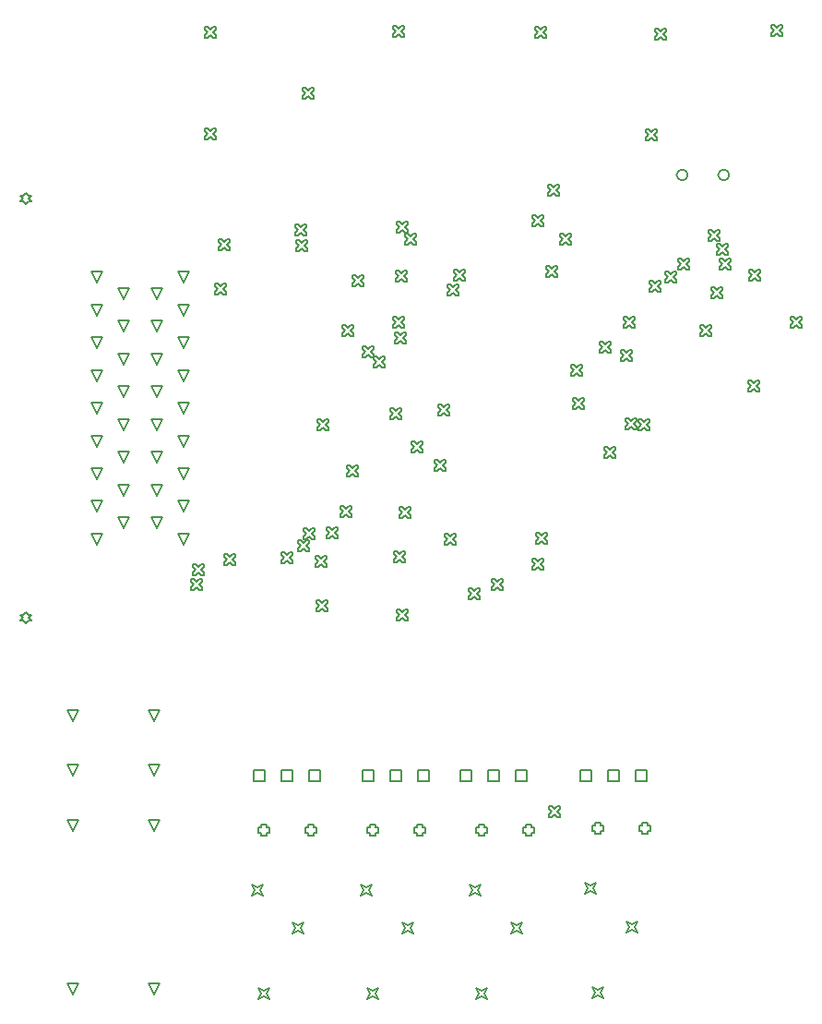
<source format=gbr>
%TF.GenerationSoftware,Altium Limited,Altium Designer,19.1.7 (138)*%
G04 Layer_Color=2752767*
%FSLAX26Y26*%
%MOIN*%
%TF.FileFunction,Drawing*%
%TF.Part,Single*%
G01*
G75*
%TA.AperFunction,NonConductor*%
%ADD83C,0.005000*%
%ADD84C,0.006667*%
D83*
X1178271Y925432D02*
Y965432D01*
X1218271D01*
Y925432D01*
X1178271D01*
X1078271D02*
Y965432D01*
X1118271D01*
Y925432D01*
X1078271D01*
X978271D02*
Y965432D01*
X1018271D01*
Y925432D01*
X978271D01*
X2359375Y925430D02*
Y965430D01*
X2399375D01*
Y925430D01*
X2359375D01*
X2259375D02*
Y965430D01*
X2299375D01*
Y925430D01*
X2259375D01*
X2159375D02*
Y965430D01*
X2199375D01*
Y925430D01*
X2159375D01*
X1571973Y925430D02*
Y965430D01*
X1611973D01*
Y925430D01*
X1571973D01*
X1471973D02*
Y965430D01*
X1511973D01*
Y925430D01*
X1471973D01*
X1371973D02*
Y965430D01*
X1411973D01*
Y925430D01*
X1371973D01*
X1926301Y925432D02*
Y965432D01*
X1966301D01*
Y925432D01*
X1926301D01*
X1826301D02*
Y965432D01*
X1866301D01*
Y925432D01*
X1826301D01*
X1726301D02*
Y965432D01*
X1766301D01*
Y925432D01*
X1726301D01*
X726771Y1778072D02*
X706771Y1818072D01*
X746771D01*
X726771Y1778072D01*
Y1896182D02*
X706771Y1936182D01*
X746771D01*
X726771Y1896182D01*
Y2014293D02*
X706771Y2054293D01*
X746771D01*
X726771Y2014293D01*
Y2132403D02*
X706771Y2172403D01*
X746771D01*
X726771Y2132403D01*
Y2250513D02*
X706771Y2290513D01*
X746771D01*
X726771Y2250513D01*
Y2368623D02*
X706771Y2408623D01*
X746771D01*
X726771Y2368623D01*
Y2486734D02*
X706771Y2526734D01*
X746771D01*
X726771Y2486734D01*
Y2604844D02*
X706771Y2644844D01*
X746771D01*
X726771Y2604844D01*
Y2722954D02*
X706771Y2762954D01*
X746771D01*
X726771Y2722954D01*
X628346Y1837127D02*
X608346Y1877127D01*
X648346D01*
X628346Y1837127D01*
Y1955237D02*
X608346Y1995237D01*
X648346D01*
X628346Y1955237D01*
Y2073348D02*
X608346Y2113348D01*
X648346D01*
X628346Y2073348D01*
Y2191458D02*
X608346Y2231458D01*
X648346D01*
X628346Y2191458D01*
Y2309568D02*
X608346Y2349568D01*
X648346D01*
X628346Y2309568D01*
Y2427678D02*
X608346Y2467678D01*
X648346D01*
X628346Y2427678D01*
Y2545789D02*
X608346Y2585789D01*
X648346D01*
X628346Y2545789D01*
Y2663899D02*
X608346Y2703899D01*
X648346D01*
X628346Y2663899D01*
X510236Y1837127D02*
X490236Y1877127D01*
X530236D01*
X510236Y1837127D01*
Y1955237D02*
X490236Y1995237D01*
X530236D01*
X510236Y1955237D01*
Y2073348D02*
X490236Y2113348D01*
X530236D01*
X510236Y2073348D01*
Y2191458D02*
X490236Y2231458D01*
X530236D01*
X510236Y2191458D01*
Y2309568D02*
X490236Y2349568D01*
X530236D01*
X510236Y2309568D01*
Y2427678D02*
X490236Y2467678D01*
X530236D01*
X510236Y2427678D01*
Y2545789D02*
X490236Y2585789D01*
X530236D01*
X510236Y2545789D01*
Y2663899D02*
X490236Y2703899D01*
X530236D01*
X510236Y2663899D01*
X411811Y1778072D02*
X391811Y1818072D01*
X431811D01*
X411811Y1778072D01*
Y1896182D02*
X391811Y1936182D01*
X431811D01*
X411811Y1896182D01*
Y2014293D02*
X391811Y2054293D01*
X431811D01*
X411811Y2014293D01*
Y2132403D02*
X391811Y2172403D01*
X431811D01*
X411811Y2132403D01*
Y2250513D02*
X391811Y2290513D01*
X431811D01*
X411811Y2250513D01*
Y2368623D02*
X391811Y2408623D01*
X431811D01*
X411811Y2368623D01*
Y2486734D02*
X391811Y2526734D01*
X431811D01*
X411811Y2486734D01*
Y2604844D02*
X391811Y2644844D01*
X431811D01*
X411811Y2604844D01*
Y2722954D02*
X391811Y2762954D01*
X431811D01*
X411811Y2722954D01*
X155905Y3008387D02*
X165905Y3018387D01*
X175905D01*
X165905Y3028387D01*
X175905Y3038387D01*
X165905D01*
X155905Y3048387D01*
X145905Y3038387D01*
X135905D01*
X145905Y3028387D01*
X135905Y3018387D01*
X145905D01*
X155905Y3008387D01*
Y1492639D02*
X165905Y1502639D01*
X175905D01*
X165905Y1512639D01*
X175905Y1522639D01*
X165905D01*
X155905Y1532639D01*
X145905Y1522639D01*
X135905D01*
X145905Y1512639D01*
X135905Y1502639D01*
X145905D01*
X155905Y1492639D01*
X1390476Y138028D02*
X1400476Y158028D01*
X1390476Y178028D01*
X1410476Y168028D01*
X1430476Y178028D01*
X1420476Y158028D01*
X1430476Y138028D01*
X1410476Y148028D01*
X1390476Y138028D01*
X1364886Y512044D02*
X1374886Y532044D01*
X1364886Y552044D01*
X1384886Y542044D01*
X1404886Y552044D01*
X1394886Y532044D01*
X1404886Y512044D01*
X1384886Y522044D01*
X1364886Y512044D01*
X1514492Y374249D02*
X1524492Y394249D01*
X1514492Y414249D01*
X1534492Y404249D01*
X1554492Y414249D01*
X1544492Y394249D01*
X1554492Y374249D01*
X1534492Y384249D01*
X1514492Y374249D01*
X1569768Y738579D02*
Y728579D01*
X1589768D01*
Y738579D01*
X1599768D01*
Y758579D01*
X1589768D01*
Y768579D01*
X1569768D01*
Y758579D01*
X1559768D01*
Y738579D01*
X1569768D01*
X1400476D02*
Y728579D01*
X1420476D01*
Y738579D01*
X1430476D01*
Y758579D01*
X1420476D01*
Y768579D01*
X1400476D01*
Y758579D01*
X1390476D01*
Y738579D01*
X1400476D01*
X1784177Y138028D02*
X1794177Y158028D01*
X1784177Y178028D01*
X1804177Y168028D01*
X1824177Y178028D01*
X1814177Y158028D01*
X1824177Y138028D01*
X1804177Y148028D01*
X1784177Y138028D01*
X1758587Y512044D02*
X1768587Y532044D01*
X1758587Y552044D01*
X1778587Y542044D01*
X1798587Y552044D01*
X1788587Y532044D01*
X1798587Y512044D01*
X1778587Y522044D01*
X1758587Y512044D01*
X1908193Y374249D02*
X1918193Y394249D01*
X1908193Y414249D01*
X1928193Y404249D01*
X1948193Y414249D01*
X1938193Y394249D01*
X1948193Y374249D01*
X1928193Y384249D01*
X1908193Y374249D01*
X1963469Y738579D02*
Y728579D01*
X1983469D01*
Y738579D01*
X1993469D01*
Y758579D01*
X1983469D01*
Y768579D01*
X1963469D01*
Y758579D01*
X1953469D01*
Y738579D01*
X1963469D01*
X1794177D02*
Y728579D01*
X1814177D01*
Y738579D01*
X1824177D01*
Y758579D01*
X1814177D01*
Y768579D01*
X1794177D01*
Y758579D01*
X1784177D01*
Y738579D01*
X1794177D01*
X996776Y138028D02*
X1006776Y158028D01*
X996776Y178028D01*
X1016776Y168028D01*
X1036776Y178028D01*
X1026776Y158028D01*
X1036776Y138028D01*
X1016776Y148028D01*
X996776Y138028D01*
X971185Y512044D02*
X981185Y532044D01*
X971185Y552044D01*
X991185Y542044D01*
X1011185Y552044D01*
X1001185Y532044D01*
X1011185Y512044D01*
X991185Y522044D01*
X971185Y512044D01*
X1120792Y374249D02*
X1130792Y394249D01*
X1120792Y414249D01*
X1140792Y404249D01*
X1160792Y414249D01*
X1150792Y394249D01*
X1160792Y374249D01*
X1140792Y384249D01*
X1120792Y374249D01*
X1176067Y738579D02*
Y728579D01*
X1196067D01*
Y738579D01*
X1206067D01*
Y758579D01*
X1196067D01*
Y768579D01*
X1176067D01*
Y758579D01*
X1166067D01*
Y738579D01*
X1176067D01*
X1006776D02*
Y728579D01*
X1026776D01*
Y738579D01*
X1036776D01*
Y758579D01*
X1026776D01*
Y768579D01*
X1006776D01*
Y758579D01*
X996776D01*
Y738579D01*
X1006776D01*
X2202877Y141965D02*
X2212877Y161965D01*
X2202877Y181965D01*
X2222877Y171965D01*
X2242877Y181965D01*
X2232877Y161965D01*
X2242877Y141965D01*
X2222877Y151965D01*
X2202877Y141965D01*
X2177287Y515981D02*
X2187287Y535981D01*
X2177287Y555981D01*
X2197287Y545981D01*
X2217287Y555981D01*
X2207287Y535981D01*
X2217287Y515981D01*
X2197287Y525981D01*
X2177287Y515981D01*
X2326893Y378186D02*
X2336893Y398186D01*
X2326893Y418186D01*
X2346893Y408186D01*
X2366893Y418186D01*
X2356893Y398186D01*
X2366893Y378186D01*
X2346893Y388186D01*
X2326893Y378186D01*
X2382168Y742516D02*
Y732516D01*
X2402168D01*
Y742516D01*
X2412168D01*
Y762516D01*
X2402168D01*
Y772516D01*
X2382168D01*
Y762516D01*
X2372168D01*
Y742516D01*
X2382168D01*
X2212877D02*
Y732516D01*
X2232877D01*
Y742516D01*
X2242877D01*
Y762516D01*
X2232877D01*
Y772516D01*
X2212877D01*
Y762516D01*
X2202877D01*
Y742516D01*
X2212877D01*
X324804Y1139293D02*
X304804Y1179293D01*
X344804D01*
X324804Y1139293D01*
X620080D02*
X600080Y1179293D01*
X640080D01*
X620080Y1139293D01*
X324804Y745593D02*
X304804Y785593D01*
X344804D01*
X324804Y745593D01*
Y942443D02*
X304804Y982443D01*
X344804D01*
X324804Y942443D01*
X620080Y745593D02*
X600080Y785593D01*
X640080D01*
X620080Y745593D01*
Y942443D02*
X600080Y982443D01*
X640080D01*
X620080Y942443D01*
Y155041D02*
X600080Y195041D01*
X640080D01*
X620080Y155041D01*
X324804D02*
X304804Y195041D01*
X344804D01*
X324804Y155041D01*
X1755000Y1580000D02*
X1765000D01*
X1775000Y1590000D01*
X1785000Y1580000D01*
X1795000D01*
Y1590000D01*
X1785000Y1600000D01*
X1795000Y1610000D01*
Y1620000D01*
X1785000D01*
X1775000Y1610000D01*
X1765000Y1620000D01*
X1755000D01*
Y1610000D01*
X1765000Y1600000D01*
X1755000Y1590000D01*
Y1580000D01*
X2035000Y2745000D02*
X2045000D01*
X2055000Y2755000D01*
X2065000Y2745000D01*
X2075000D01*
Y2755000D01*
X2065000Y2765000D01*
X2075000Y2775000D01*
Y2785000D01*
X2065000D01*
X2055000Y2775000D01*
X2045000Y2785000D01*
X2035000D01*
Y2775000D01*
X2045000Y2765000D01*
X2035000Y2755000D01*
Y2745000D01*
X2085000Y2860000D02*
X2095000D01*
X2105000Y2870000D01*
X2115000Y2860000D01*
X2125000D01*
Y2870000D01*
X2115000Y2880000D01*
X2125000Y2890000D01*
Y2900000D01*
X2115000D01*
X2105000Y2890000D01*
X2095000Y2900000D01*
X2085000D01*
Y2890000D01*
X2095000Y2880000D01*
X2085000Y2870000D01*
Y2860000D01*
X1495000Y1505000D02*
X1505000D01*
X1515000Y1515000D01*
X1525000Y1505000D01*
X1535000D01*
Y1515000D01*
X1525000Y1525000D01*
X1535000Y1535000D01*
Y1545000D01*
X1525000D01*
X1515000Y1535000D01*
X1505000Y1545000D01*
X1495000D01*
Y1535000D01*
X1505000Y1525000D01*
X1495000Y1515000D01*
Y1505000D01*
X1335000Y2710000D02*
X1345000D01*
X1355000Y2720000D01*
X1365000Y2710000D01*
X1375000D01*
Y2720000D01*
X1365000Y2730000D01*
X1375000Y2740000D01*
Y2750000D01*
X1365000D01*
X1355000Y2740000D01*
X1345000Y2750000D01*
X1335000D01*
Y2740000D01*
X1345000Y2730000D01*
X1335000Y2720000D01*
Y2710000D01*
X1840000Y1615000D02*
X1850000D01*
X1860000Y1625000D01*
X1870000Y1615000D01*
X1880000D01*
Y1625000D01*
X1870000Y1635000D01*
X1880000Y1645000D01*
Y1655000D01*
X1870000D01*
X1860000Y1645000D01*
X1850000Y1655000D01*
X1840000D01*
Y1645000D01*
X1850000Y1635000D01*
X1840000Y1625000D01*
Y1615000D01*
X872825Y1704016D02*
X882825D01*
X892825Y1714016D01*
X902825Y1704016D01*
X912825D01*
Y1714016D01*
X902825Y1724016D01*
X912825Y1734016D01*
Y1744016D01*
X902825D01*
X892825Y1734016D01*
X882825Y1744016D01*
X872825D01*
Y1734016D01*
X882825Y1724016D01*
X872825Y1714016D01*
Y1704016D01*
X2230000Y2470000D02*
X2240000D01*
X2250000Y2480000D01*
X2260000Y2470000D01*
X2270000D01*
Y2480000D01*
X2260000Y2490000D01*
X2270000Y2500000D01*
Y2510000D01*
X2260000D01*
X2250000Y2500000D01*
X2240000Y2510000D01*
X2230000D01*
Y2500000D01*
X2240000Y2490000D01*
X2230000Y2480000D01*
Y2470000D01*
X1525000Y2860000D02*
X1535000D01*
X1545000Y2870000D01*
X1555000Y2860000D01*
X1565000D01*
Y2870000D01*
X1555000Y2880000D01*
X1565000Y2890000D01*
Y2900000D01*
X1555000D01*
X1545000Y2890000D01*
X1535000Y2900000D01*
X1525000D01*
Y2890000D01*
X1535000Y2880000D01*
X1525000Y2870000D01*
Y2860000D01*
X1495000Y2905000D02*
X1505000D01*
X1515000Y2915000D01*
X1525000Y2905000D01*
X1535000D01*
Y2915000D01*
X1525000Y2925000D01*
X1535000Y2935000D01*
Y2945000D01*
X1525000D01*
X1515000Y2935000D01*
X1505000Y2945000D01*
X1495000D01*
Y2935000D01*
X1505000Y2925000D01*
X1495000Y2915000D01*
Y2905000D01*
X2410000Y2690000D02*
X2420000D01*
X2430000Y2700000D01*
X2440000Y2690000D01*
X2450000D01*
Y2700000D01*
X2440000Y2710000D01*
X2450000Y2720000D01*
Y2730000D01*
X2440000D01*
X2430000Y2720000D01*
X2420000Y2730000D01*
X2410000D01*
Y2720000D01*
X2420000Y2710000D01*
X2410000Y2700000D01*
Y2690000D01*
X2632161Y2667161D02*
X2642161D01*
X2652161Y2677161D01*
X2662161Y2667161D01*
X2672161D01*
Y2677161D01*
X2662161Y2687161D01*
X2672161Y2697161D01*
Y2707161D01*
X2662161D01*
X2652161Y2697161D01*
X2642161Y2707161D01*
X2632161D01*
Y2697161D01*
X2642161Y2687161D01*
X2632161Y2677161D01*
Y2667161D01*
X2465000Y2725000D02*
X2475000D01*
X2485000Y2735000D01*
X2495000Y2725000D01*
X2505000D01*
Y2735000D01*
X2495000Y2745000D01*
X2505000Y2755000D01*
Y2765000D01*
X2495000D01*
X2485000Y2755000D01*
X2475000Y2765000D01*
X2465000D01*
Y2755000D01*
X2475000Y2745000D01*
X2465000Y2735000D01*
Y2725000D01*
X2514051Y2770941D02*
X2524051D01*
X2534051Y2780941D01*
X2544051Y2770941D01*
X2554051D01*
Y2780941D01*
X2544051Y2790941D01*
X2554051Y2800941D01*
Y2810941D01*
X2544051D01*
X2534051Y2800941D01*
X2524051Y2810941D01*
X2514051D01*
Y2800941D01*
X2524051Y2790941D01*
X2514051Y2780941D01*
Y2770941D01*
X2306772Y2440072D02*
X2316772D01*
X2326772Y2450072D01*
X2336772Y2440072D01*
X2346772D01*
Y2450072D01*
X2336772Y2460072D01*
X2346772Y2470072D01*
Y2480072D01*
X2336772D01*
X2326772Y2470072D01*
X2316772Y2480072D01*
X2306772D01*
Y2470072D01*
X2316772Y2460072D01*
X2306772Y2450072D01*
Y2440072D01*
X1480984Y3611890D02*
X1490984D01*
X1500984Y3621890D01*
X1510984Y3611890D01*
X1520984D01*
Y3621890D01*
X1510984Y3631890D01*
X1520984Y3641890D01*
Y3651890D01*
X1510984D01*
X1500984Y3641890D01*
X1490984Y3651890D01*
X1480984D01*
Y3641890D01*
X1490984Y3631890D01*
X1480984Y3621890D01*
Y3611890D01*
X804000Y3607677D02*
X814000D01*
X824000Y3617677D01*
X834000Y3607677D01*
X844000D01*
Y3617677D01*
X834000Y3627677D01*
X844000Y3637677D01*
Y3647677D01*
X834000D01*
X824000Y3637677D01*
X814000Y3647677D01*
X804000D01*
Y3637677D01*
X814000Y3627677D01*
X804000Y3617677D01*
Y3607677D01*
X2592791Y2530197D02*
X2602791D01*
X2612791Y2540197D01*
X2622791Y2530197D01*
X2632791D01*
Y2540197D01*
X2622791Y2550197D01*
X2632791Y2560197D01*
Y2570197D01*
X2622791D01*
X2612791Y2560197D01*
X2602791Y2570197D01*
X2592791D01*
Y2560197D01*
X2602791Y2550197D01*
X2592791Y2540197D01*
Y2530197D01*
X1985906Y1687677D02*
X1995906D01*
X2005906Y1697677D01*
X2015906Y1687677D01*
X2025906D01*
Y1697677D01*
X2015906Y1707677D01*
X2025906Y1717677D01*
Y1727677D01*
X2015906D01*
X2005906Y1717677D01*
X1995906Y1727677D01*
X1985906D01*
Y1717677D01*
X1995906Y1707677D01*
X1985906Y1697677D01*
Y1687677D01*
X1999685Y1782165D02*
X2009685D01*
X2019685Y1792165D01*
X2029685Y1782165D01*
X2039685D01*
Y1792165D01*
X2029685Y1802165D01*
X2039685Y1812165D01*
Y1822165D01*
X2029685D01*
X2019685Y1812165D01*
X2009685Y1822165D01*
X1999685D01*
Y1812165D01*
X2009685Y1802165D01*
X1999685Y1792165D01*
Y1782165D01*
X2131575Y2267402D02*
X2141575D01*
X2151575Y2277402D01*
X2161575Y2267402D01*
X2171575D01*
Y2277402D01*
X2161575Y2287402D01*
X2171575Y2297402D01*
Y2307402D01*
X2161575D01*
X2151575Y2297402D01*
X2141575Y2307402D01*
X2131575D01*
Y2297402D01*
X2141575Y2287402D01*
X2131575Y2277402D01*
Y2267402D01*
X2245000Y2090000D02*
X2255000D01*
X2265000Y2100000D01*
X2275000Y2090000D01*
X2285000D01*
Y2100000D01*
X2275000Y2110000D01*
X2285000Y2120000D01*
Y2130000D01*
X2275000D01*
X2265000Y2120000D01*
X2255000Y2130000D01*
X2245000D01*
Y2120000D01*
X2255000Y2110000D01*
X2245000Y2100000D01*
Y2090000D01*
X1130591Y2895354D02*
X1140591D01*
X1150591Y2905354D01*
X1160591Y2895354D01*
X1170591D01*
Y2905354D01*
X1160591Y2915354D01*
X1170591Y2925354D01*
Y2935354D01*
X1160591D01*
X1150591Y2925354D01*
X1140591Y2935354D01*
X1130591D01*
Y2925354D01*
X1140591Y2915354D01*
X1130591Y2905354D01*
Y2895354D01*
X1210000Y2190000D02*
X1220000D01*
X1230000Y2200000D01*
X1240000Y2190000D01*
X1250000D01*
Y2200000D01*
X1240000Y2210000D01*
X1250000Y2220000D01*
Y2230000D01*
X1240000D01*
X1230000Y2220000D01*
X1220000Y2230000D01*
X1210000D01*
Y2220000D01*
X1220000Y2210000D01*
X1210000Y2200000D01*
Y2190000D01*
X1504606Y1874685D02*
X1514606D01*
X1524606Y1884685D01*
X1534606Y1874685D01*
X1544606D01*
Y1884685D01*
X1534606Y1894685D01*
X1544606Y1904685D01*
Y1914685D01*
X1534606D01*
X1524606Y1904685D01*
X1514606Y1914685D01*
X1504606D01*
Y1904685D01*
X1514606Y1894685D01*
X1504606Y1884685D01*
Y1874685D01*
X1485906Y1714252D02*
X1495906D01*
X1505906Y1724252D01*
X1515906Y1714252D01*
X1525906D01*
Y1724252D01*
X1515906Y1734252D01*
X1525906Y1744252D01*
Y1754252D01*
X1515906D01*
X1505906Y1744252D01*
X1495906Y1754252D01*
X1485906D01*
Y1744252D01*
X1495906Y1734252D01*
X1485906Y1724252D01*
Y1714252D01*
X1160118Y1796929D02*
X1170118D01*
X1180118Y1806929D01*
X1190118Y1796929D01*
X1200118D01*
Y1806929D01*
X1190118Y1816929D01*
X1200118Y1826929D01*
Y1836929D01*
X1190118D01*
X1180118Y1826929D01*
X1170118Y1836929D01*
X1160118D01*
Y1826929D01*
X1170118Y1816929D01*
X1160118Y1806929D01*
Y1796929D01*
X1080000Y1710000D02*
X1090000D01*
X1100000Y1720000D01*
X1110000Y1710000D01*
X1120000D01*
Y1720000D01*
X1110000Y1730000D01*
X1120000Y1740000D01*
Y1750000D01*
X1110000D01*
X1100000Y1740000D01*
X1090000Y1750000D01*
X1080000D01*
Y1740000D01*
X1090000Y1730000D01*
X1080000Y1720000D01*
Y1710000D01*
X751654Y1614842D02*
X761654D01*
X771654Y1624842D01*
X781654Y1614842D01*
X791654D01*
Y1624842D01*
X781654Y1634842D01*
X791654Y1644842D01*
Y1654842D01*
X781654D01*
X771654Y1644842D01*
X761654Y1654842D01*
X751654D01*
Y1644842D01*
X761654Y1634842D01*
X751654Y1624842D01*
Y1614842D01*
X1204409Y1539055D02*
X1214409D01*
X1224409Y1549055D01*
X1234409Y1539055D01*
X1244409D01*
Y1549055D01*
X1234409Y1559055D01*
X1244409Y1569055D01*
Y1579055D01*
X1234409D01*
X1224409Y1569055D01*
X1214409Y1579055D01*
X1204409D01*
Y1569055D01*
X1214409Y1559055D01*
X1204409Y1549055D01*
Y1539055D01*
X1242795Y1799882D02*
X1252795D01*
X1262795Y1809882D01*
X1272795Y1799882D01*
X1282795D01*
Y1809882D01*
X1272795Y1819882D01*
X1282795Y1829882D01*
Y1839882D01*
X1272795D01*
X1262795Y1829882D01*
X1252795Y1839882D01*
X1242795D01*
Y1829882D01*
X1252795Y1819882D01*
X1242795Y1809882D01*
Y1799882D01*
X1131575Y2836299D02*
X1141575D01*
X1151575Y2846299D01*
X1161575Y2836299D01*
X1171575D01*
Y2846299D01*
X1161575Y2856299D01*
X1171575Y2866299D01*
Y2876299D01*
X1161575D01*
X1151575Y2866299D01*
X1141575Y2876299D01*
X1131575D01*
Y2866299D01*
X1141575Y2856299D01*
X1131575Y2846299D01*
Y2836299D01*
X1487874Y2502638D02*
X1497874D01*
X1507874Y2512638D01*
X1517874Y2502638D01*
X1527874D01*
Y2512638D01*
X1517874Y2522638D01*
X1527874Y2532638D01*
Y2542638D01*
X1517874D01*
X1507874Y2532638D01*
X1497874Y2542638D01*
X1487874D01*
Y2532638D01*
X1497874Y2522638D01*
X1487874Y2512638D01*
Y2502638D01*
X1492795Y2727047D02*
X1502795D01*
X1512795Y2737047D01*
X1522795Y2727047D01*
X1532795D01*
Y2737047D01*
X1522795Y2747047D01*
X1532795Y2757047D01*
Y2767047D01*
X1522795D01*
X1512795Y2757047D01*
X1502795Y2767047D01*
X1492795D01*
Y2757047D01*
X1502795Y2747047D01*
X1492795Y2737047D01*
Y2727047D01*
X2768386Y2730000D02*
X2778386D01*
X2788386Y2740000D01*
X2798386Y2730000D01*
X2808386D01*
Y2740000D01*
X2798386Y2750000D01*
X2808386Y2760000D01*
Y2770000D01*
X2798386D01*
X2788386Y2760000D01*
X2778386Y2770000D01*
X2768386D01*
Y2760000D01*
X2778386Y2750000D01*
X2768386Y2740000D01*
Y2730000D01*
X2664055Y2772323D02*
X2674055D01*
X2684055Y2782323D01*
X2694055Y2772323D01*
X2704055D01*
Y2782323D01*
X2694055Y2792323D01*
X2704055Y2802323D01*
Y2812323D01*
X2694055D01*
X2684055Y2802323D01*
X2674055Y2812323D01*
X2664055D01*
Y2802323D01*
X2674055Y2792323D01*
X2664055Y2782323D01*
Y2772323D01*
X2651260Y2824488D02*
X2661260D01*
X2671260Y2834488D01*
X2681260Y2824488D01*
X2691260D01*
Y2834488D01*
X2681260Y2844488D01*
X2691260Y2854488D01*
Y2864488D01*
X2681260D01*
X2671260Y2854488D01*
X2661260Y2864488D01*
X2651260D01*
Y2854488D01*
X2661260Y2844488D01*
X2651260Y2834488D01*
Y2824488D01*
X801567Y3241527D02*
X811567D01*
X821567Y3251527D01*
X831567Y3241527D01*
X841567D01*
Y3251527D01*
X831567Y3261527D01*
X841567Y3271527D01*
Y3281527D01*
X831567D01*
X821567Y3271527D01*
X811567Y3281527D01*
X801567D01*
Y3271527D01*
X811567Y3261527D01*
X801567Y3251527D01*
Y3241527D01*
X2850126Y3615716D02*
X2860126D01*
X2870126Y3625716D01*
X2880126Y3615716D01*
X2890126D01*
Y3625716D01*
X2880126Y3635716D01*
X2890126Y3645716D01*
Y3655716D01*
X2880126D01*
X2870126Y3645716D01*
X2860126Y3655716D01*
X2850126D01*
Y3645716D01*
X2860126Y3635716D01*
X2850126Y3625716D01*
Y3615716D01*
X2920945Y2559724D02*
X2930945D01*
X2940945Y2569724D01*
X2950945Y2559724D01*
X2960945D01*
Y2569724D01*
X2950945Y2579724D01*
X2960945Y2589724D01*
Y2599724D01*
X2950945D01*
X2940945Y2589724D01*
X2930945Y2599724D01*
X2920945D01*
Y2589724D01*
X2930945Y2579724D01*
X2920945Y2569724D01*
Y2559724D01*
X2767402Y2330394D02*
X2777402D01*
X2787402Y2340394D01*
X2797402Y2330394D01*
X2807402D01*
Y2340394D01*
X2797402Y2350394D01*
X2807402Y2360394D01*
Y2370394D01*
X2797402D01*
X2787402Y2360394D01*
X2777402Y2370394D01*
X2767402D01*
Y2360394D01*
X2777402Y2350394D01*
X2767402Y2340394D01*
Y2330394D01*
X2427835Y3602047D02*
X2437835D01*
X2447835Y3612047D01*
X2457835Y3602047D01*
X2467835D01*
Y3612047D01*
X2457835Y3622047D01*
X2467835Y3632047D01*
Y3642047D01*
X2457835D01*
X2447835Y3632047D01*
X2437835Y3642047D01*
X2427835D01*
Y3632047D01*
X2437835Y3622047D01*
X2427835Y3612047D01*
Y3602047D01*
X1996732Y3606968D02*
X2006732D01*
X2016732Y3616968D01*
X2026732Y3606968D01*
X2036732D01*
Y3616968D01*
X2026732Y3626968D01*
X2036732Y3636968D01*
Y3646968D01*
X2026732D01*
X2016732Y3636968D01*
X2006732Y3646968D01*
X1996732D01*
Y3636968D01*
X2006732Y3626968D01*
X1996732Y3616968D01*
Y3606968D01*
X2125669Y2386496D02*
X2135669D01*
X2145669Y2396496D01*
X2155669Y2386496D01*
X2165669D01*
Y2396496D01*
X2155669Y2406496D01*
X2165669Y2416496D01*
Y2426496D01*
X2155669D01*
X2145669Y2416496D01*
X2135669Y2426496D01*
X2125669D01*
Y2416496D01*
X2135669Y2406496D01*
X2125669Y2396496D01*
Y2386496D01*
X2322520Y2192598D02*
X2332520D01*
X2342520Y2202598D01*
X2352520Y2192598D01*
X2362520D01*
Y2202598D01*
X2352520Y2212598D01*
X2362520Y2222598D01*
Y2232598D01*
X2352520D01*
X2342520Y2222598D01*
X2332520Y2232598D01*
X2322520D01*
Y2222598D01*
X2332520Y2212598D01*
X2322520Y2202598D01*
Y2192598D01*
X2043976Y3038071D02*
X2053976D01*
X2063976Y3048071D01*
X2073976Y3038071D01*
X2083976D01*
Y3048071D01*
X2073976Y3058071D01*
X2083976Y3068071D01*
Y3078071D01*
X2073976D01*
X2063976Y3068071D01*
X2053976Y3078071D01*
X2043976D01*
Y3068071D01*
X2053976Y3058071D01*
X2043976Y3048071D01*
Y3038071D01*
X1471142Y2231968D02*
X1481142D01*
X1491142Y2241968D01*
X1501142Y2231968D01*
X1511142D01*
Y2241968D01*
X1501142Y2251968D01*
X1511142Y2261968D01*
Y2271968D01*
X1501142D01*
X1491142Y2261968D01*
X1481142Y2271968D01*
X1471142D01*
Y2261968D01*
X1481142Y2251968D01*
X1471142Y2241968D01*
Y2231968D01*
X1411102Y2418976D02*
X1421102D01*
X1431102Y2428976D01*
X1441102Y2418976D01*
X1451102D01*
Y2428976D01*
X1441102Y2438976D01*
X1451102Y2448976D01*
Y2458976D01*
X1441102D01*
X1431102Y2448976D01*
X1421102Y2458976D01*
X1411102D01*
Y2448976D01*
X1421102Y2438976D01*
X1411102Y2428976D01*
Y2418976D01*
X1644370Y2242795D02*
X1654370D01*
X1664370Y2252795D01*
X1674370Y2242795D01*
X1684370D01*
Y2252795D01*
X1674370Y2262795D01*
X1684370Y2272795D01*
Y2282795D01*
X1674370D01*
X1664370Y2272795D01*
X1654370Y2282795D01*
X1644370D01*
Y2272795D01*
X1654370Y2262795D01*
X1644370Y2252795D01*
Y2242795D01*
X1484010Y2560835D02*
X1494010D01*
X1504010Y2570835D01*
X1514010Y2560835D01*
X1524010D01*
Y2570835D01*
X1514010Y2580835D01*
X1524010Y2590835D01*
Y2600835D01*
X1514010D01*
X1504010Y2590835D01*
X1494010Y2600835D01*
X1484010D01*
Y2590835D01*
X1494010Y2580835D01*
X1484010Y2570835D01*
Y2560835D01*
X1548898Y2110905D02*
X1558898D01*
X1568898Y2120905D01*
X1578898Y2110905D01*
X1588898D01*
Y2120905D01*
X1578898Y2130905D01*
X1588898Y2140905D01*
Y2150905D01*
X1578898D01*
X1568898Y2140905D01*
X1558898Y2150905D01*
X1548898D01*
Y2140905D01*
X1558898Y2130905D01*
X1548898Y2120905D01*
Y2110905D01*
X1371170Y2453003D02*
X1381170D01*
X1391170Y2463003D01*
X1401170Y2453003D01*
X1411170D01*
Y2463003D01*
X1401170Y2473003D01*
X1411170Y2483003D01*
Y2493003D01*
X1401170D01*
X1391170Y2483003D01*
X1381170Y2493003D01*
X1371170D01*
Y2483003D01*
X1381170Y2473003D01*
X1371170Y2463003D01*
Y2453003D01*
X1297913Y2532165D02*
X1307913D01*
X1317913Y2542165D01*
X1327913Y2532165D01*
X1337913D01*
Y2542165D01*
X1327913Y2552165D01*
X1337913Y2562165D01*
Y2572165D01*
X1327913D01*
X1317913Y2562165D01*
X1307913Y2572165D01*
X1297913D01*
Y2562165D01*
X1307913Y2552165D01*
X1297913Y2542165D01*
Y2532165D01*
X2368780Y2191614D02*
X2378780D01*
X2388780Y2201614D01*
X2398780Y2191614D01*
X2408780D01*
Y2201614D01*
X2398780Y2211614D01*
X2408780Y2221614D01*
Y2231614D01*
X2398780D01*
X2388780Y2221614D01*
X2378780Y2231614D01*
X2368780D01*
Y2221614D01*
X2378780Y2211614D01*
X2368780Y2201614D01*
Y2191614D01*
X1203425Y1697520D02*
X1213425D01*
X1223425Y1707520D01*
X1233425Y1697520D01*
X1243425D01*
Y1707520D01*
X1233425Y1717520D01*
X1243425Y1727520D01*
Y1737520D01*
X1233425D01*
X1223425Y1727520D01*
X1213425Y1737520D01*
X1203425D01*
Y1727520D01*
X1213425Y1717520D01*
X1203425Y1707520D01*
Y1697520D01*
X1140879Y1753964D02*
X1150879D01*
X1160879Y1763964D01*
X1170879Y1753964D01*
X1180879D01*
Y1763964D01*
X1170879Y1773964D01*
X1180879Y1783964D01*
Y1793964D01*
X1170879D01*
X1160879Y1783964D01*
X1150879Y1793964D01*
X1140879D01*
Y1783964D01*
X1150879Y1773964D01*
X1140879Y1763964D01*
Y1753964D01*
X851063Y2841220D02*
X861063D01*
X871063Y2851220D01*
X881063Y2841220D01*
X891063D01*
Y2851220D01*
X881063Y2861220D01*
X891063Y2871220D01*
Y2881220D01*
X881063D01*
X871063Y2871220D01*
X861063Y2881220D01*
X851063D01*
Y2871220D01*
X861063Y2861220D01*
X851063Y2851220D01*
Y2841220D01*
X1987024Y2926622D02*
X1997024D01*
X2007024Y2936622D01*
X2017024Y2926622D01*
X2027024D01*
Y2936622D01*
X2017024Y2946622D01*
X2027024Y2956622D01*
Y2966622D01*
X2017024D01*
X2007024Y2956622D01*
X1997024Y2966622D01*
X1987024D01*
Y2956622D01*
X1997024Y2946622D01*
X1987024Y2936622D01*
Y2926622D01*
X1703425Y2730000D02*
X1713425D01*
X1723425Y2740000D01*
X1733425Y2730000D01*
X1743425D01*
Y2740000D01*
X1733425Y2750000D01*
X1743425Y2760000D01*
Y2770000D01*
X1733425D01*
X1723425Y2760000D01*
X1713425Y2770000D01*
X1703425D01*
Y2760000D01*
X1713425Y2750000D01*
X1703425Y2740000D01*
Y2730000D01*
X2317598Y2561693D02*
X2327598D01*
X2337598Y2571693D01*
X2347598Y2561693D01*
X2357598D01*
Y2571693D01*
X2347598Y2581693D01*
X2357598Y2591693D01*
Y2601693D01*
X2347598D01*
X2337598Y2591693D01*
X2327598Y2601693D01*
X2317598D01*
Y2591693D01*
X2327598Y2581693D01*
X2317598Y2571693D01*
Y2561693D01*
X1633181Y2042630D02*
X1643181D01*
X1653181Y2052630D01*
X1663181Y2042630D01*
X1673181D01*
Y2052630D01*
X1663181Y2062630D01*
X1673181Y2072630D01*
Y2082630D01*
X1663181D01*
X1653181Y2072630D01*
X1643181Y2082630D01*
X1633181D01*
Y2072630D01*
X1643181Y2062630D01*
X1633181Y2052630D01*
Y2042630D01*
X2397323Y3237874D02*
X2407323D01*
X2417323Y3247874D01*
X2427323Y3237874D01*
X2437323D01*
Y3247874D01*
X2427323Y3257874D01*
X2437323Y3267874D01*
Y3277874D01*
X2427323D01*
X2417323Y3267874D01*
X2407323Y3277874D01*
X2397323D01*
Y3267874D01*
X2407323Y3257874D01*
X2397323Y3247874D01*
Y3237874D01*
X840000Y2680000D02*
X850000D01*
X860000Y2690000D01*
X870000Y2680000D01*
X880000D01*
Y2690000D01*
X870000Y2700000D01*
X880000Y2710000D01*
Y2720000D01*
X870000D01*
X860000Y2710000D01*
X850000Y2720000D01*
X840000D01*
Y2710000D01*
X850000Y2700000D01*
X840000Y2690000D01*
Y2680000D01*
X1156000Y3388000D02*
X1166000D01*
X1176000Y3398000D01*
X1186000Y3388000D01*
X1196000D01*
Y3398000D01*
X1186000Y3408000D01*
X1196000Y3418000D01*
Y3428000D01*
X1186000D01*
X1176000Y3418000D01*
X1166000Y3428000D01*
X1156000D01*
Y3418000D01*
X1166000Y3408000D01*
X1156000Y3398000D01*
Y3388000D01*
X1670000Y1778000D02*
X1680000D01*
X1690000Y1788000D01*
X1700000Y1778000D01*
X1710000D01*
Y1788000D01*
X1700000Y1798000D01*
X1710000Y1808000D01*
Y1818000D01*
X1700000D01*
X1690000Y1808000D01*
X1680000Y1818000D01*
X1670000D01*
Y1808000D01*
X1680000Y1798000D01*
X1670000Y1788000D01*
Y1778000D01*
X1680000Y2677000D02*
X1690000D01*
X1700000Y2687000D01*
X1710000Y2677000D01*
X1720000D01*
Y2687000D01*
X1710000Y2697000D01*
X1720000Y2707000D01*
Y2717000D01*
X1710000D01*
X1700000Y2707000D01*
X1690000Y2717000D01*
X1680000D01*
Y2707000D01*
X1690000Y2697000D01*
X1680000Y2687000D01*
Y2677000D01*
X1315000Y2024000D02*
X1325000D01*
X1335000Y2034000D01*
X1345000Y2024000D01*
X1355000D01*
Y2034000D01*
X1345000Y2044000D01*
X1355000Y2054000D01*
Y2064000D01*
X1345000D01*
X1335000Y2054000D01*
X1325000Y2064000D01*
X1315000D01*
Y2054000D01*
X1325000Y2044000D01*
X1315000Y2034000D01*
Y2024000D01*
X2621000Y2875000D02*
X2631000D01*
X2641000Y2885000D01*
X2651000Y2875000D01*
X2661000D01*
Y2885000D01*
X2651000Y2895000D01*
X2661000Y2905000D01*
Y2915000D01*
X2651000D01*
X2641000Y2905000D01*
X2631000Y2915000D01*
X2621000D01*
Y2905000D01*
X2631000Y2895000D01*
X2621000Y2885000D01*
Y2875000D01*
X760929Y1667924D02*
X770929D01*
X780929Y1677924D01*
X790929Y1667924D01*
X800929D01*
Y1677924D01*
X790929Y1687924D01*
X800929Y1697924D01*
Y1707924D01*
X790929D01*
X780929Y1697924D01*
X770929Y1707924D01*
X760929D01*
Y1697924D01*
X770929Y1687924D01*
X760929Y1677924D01*
Y1667924D01*
X1293000Y1877000D02*
X1303000D01*
X1313000Y1887000D01*
X1323000Y1877000D01*
X1333000D01*
Y1887000D01*
X1323000Y1897000D01*
X1333000Y1907000D01*
Y1917000D01*
X1323000D01*
X1313000Y1907000D01*
X1303000Y1917000D01*
X1293000D01*
Y1907000D01*
X1303000Y1897000D01*
X1293000Y1887000D01*
Y1877000D01*
X2045398Y795508D02*
X2055398D01*
X2065398Y805508D01*
X2075398Y795508D01*
X2085398D01*
Y805508D01*
X2075398Y815508D01*
X2085398Y825508D01*
Y835508D01*
X2075398D01*
X2065398Y825508D01*
X2055398Y835508D01*
X2045398D01*
Y825508D01*
X2055398Y815508D01*
X2045398Y805508D01*
Y795508D01*
D84*
X2697487Y3112410D02*
G03*
X2697487Y3112410I-20000J0D01*
G01*
X2547487D02*
G03*
X2547487Y3112410I-20000J0D01*
G01*
%TF.MD5,7ae0c2cabb6b1e19258cf83ce6a7a0df*%
M02*

</source>
